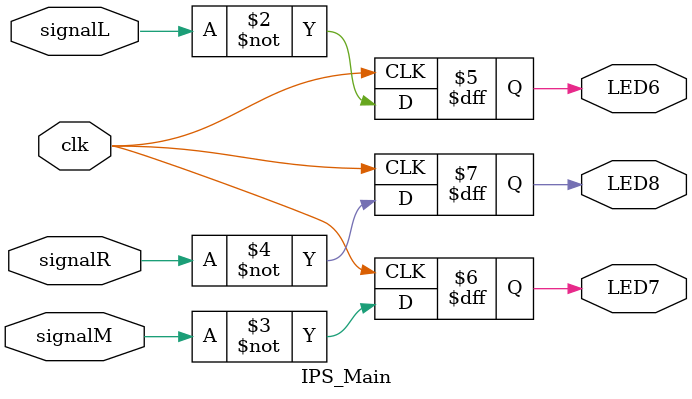
<source format=v>
module IPS_Main(
    input clk,
    input signalL,  // Left signal
    input signalM,  // Middle signal
    input signalR,  // Right signal
    output reg LED6,
    output reg LED7,
    output reg LED8
);

    always @(posedge clk) begin
        LED6 = ~signalL;  // LED6 Left signal
        LED7 = ~signalM;  // LED7 Middle signal
        LED8 = ~signalR;  // LED8 Right signal
    end
endmodule
</source>
